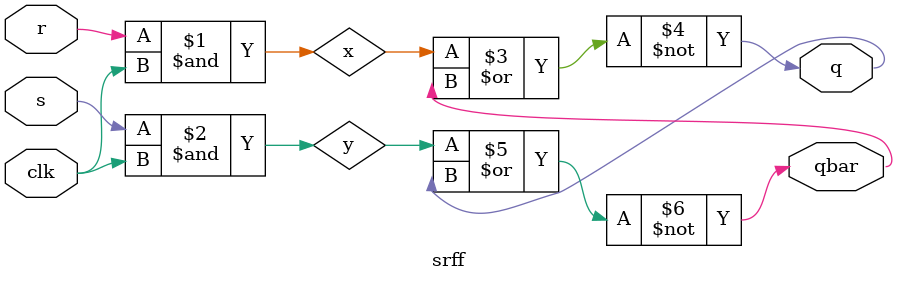
<source format=v>
`timescale 1ns / 1ps


module sr_latch(input S, input R, output Q, output Qbar);
    nor #1 N1(Q, R, Qbar);
    nor #1 N2(Qbar, S, Q);
endmodule

module srff(output q, output qbar, input s, input r, input clk);
    wire x, y;
    and #1 AND1(x, r, clk);
    and #1 AND2(y, s, clk);
    nor #1 N1(q, x, qbar);
    nor #1 N2(qbar, y, q);
endmodule

</source>
